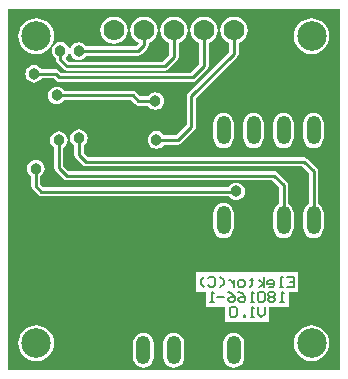
<source format=gbl>
G04 Layer_Physical_Order=2*
G04 Layer_Color=16711680*
%FSLAX24Y24*%
%MOIN*%
G70*
G01*
G75*
%ADD17C,0.0100*%
%ADD18C,0.0700*%
%ADD19C,0.0984*%
%ADD20O,0.0480X0.0960*%
%ADD21C,0.0380*%
%ADD22C,0.0060*%
G36*
X47664Y28328D02*
X36603D01*
Y40373D01*
X47664D01*
Y28328D01*
D02*
G37*
%LPC*%
G36*
X40124Y40109D02*
X40006Y40094D01*
X39897Y40049D01*
X39803Y39976D01*
X39731Y39882D01*
X39685Y39773D01*
X39670Y39656D01*
X39685Y39538D01*
X39731Y39429D01*
X39803Y39335D01*
X39897Y39262D01*
X40006Y39217D01*
X40124Y39202D01*
X40241Y39217D01*
X40351Y39262D01*
X40445Y39335D01*
X40517Y39429D01*
X40562Y39538D01*
X40578Y39656D01*
X40562Y39773D01*
X40517Y39882D01*
X40445Y39976D01*
X40351Y40049D01*
X40241Y40094D01*
X40124Y40109D01*
D02*
G37*
G36*
X46710Y40054D02*
X46594Y40042D01*
X46483Y40008D01*
X46380Y39953D01*
X46290Y39879D01*
X46216Y39789D01*
X46161Y39686D01*
X46127Y39575D01*
X46115Y39459D01*
X46127Y39343D01*
X46161Y39231D01*
X46216Y39128D01*
X46290Y39038D01*
X46380Y38964D01*
X46483Y38909D01*
X46594Y38875D01*
X46710Y38864D01*
X46826Y38875D01*
X46938Y38909D01*
X47041Y38964D01*
X47131Y39038D01*
X47205Y39128D01*
X47260Y39231D01*
X47294Y39343D01*
X47305Y39459D01*
X47294Y39575D01*
X47260Y39686D01*
X47205Y39789D01*
X47131Y39879D01*
X47041Y39953D01*
X46938Y40008D01*
X46826Y40042D01*
X46710Y40054D01*
D02*
G37*
G36*
X37537D02*
X37421Y40042D01*
X37309Y40008D01*
X37206Y39953D01*
X37116Y39879D01*
X37042Y39789D01*
X36987Y39686D01*
X36953Y39575D01*
X36942Y39459D01*
X36953Y39343D01*
X36987Y39231D01*
X37042Y39128D01*
X37116Y39038D01*
X37206Y38964D01*
X37309Y38909D01*
X37421Y38875D01*
X37537Y38864D01*
X37653Y38875D01*
X37765Y38909D01*
X37868Y38964D01*
X37958Y39038D01*
X38032Y39128D01*
X38087Y39231D01*
X38121Y39343D01*
X38132Y39459D01*
X38121Y39575D01*
X38087Y39686D01*
X38032Y39789D01*
X37958Y39879D01*
X37868Y39953D01*
X37765Y40008D01*
X37653Y40042D01*
X37537Y40054D01*
D02*
G37*
G36*
X42124Y40109D02*
X42006Y40094D01*
X41897Y40049D01*
X41803Y39976D01*
X41731Y39882D01*
X41685Y39773D01*
X41670Y39656D01*
X41685Y39538D01*
X41731Y39429D01*
X41803Y39335D01*
X41897Y39262D01*
X41971Y39232D01*
Y38819D01*
X41759Y38608D01*
X38618D01*
X38527Y38699D01*
X38530Y38748D01*
X38545Y38760D01*
X38591Y38820D01*
X38616Y38879D01*
X38657Y38881D01*
X38666Y38879D01*
X38667Y38878D01*
X38695Y38810D01*
X38742Y38750D01*
X38802Y38703D01*
X38873Y38674D01*
X38948Y38664D01*
X39024Y38674D01*
X39095Y38703D01*
X39155Y38750D01*
X39197Y38804D01*
X40937D01*
X40995Y38815D01*
X41045Y38849D01*
X41232Y39036D01*
X41265Y39085D01*
X41277Y39144D01*
Y39232D01*
X41351Y39262D01*
X41445Y39335D01*
X41517Y39429D01*
X41562Y39538D01*
X41578Y39656D01*
X41562Y39773D01*
X41517Y39882D01*
X41445Y39976D01*
X41351Y40049D01*
X41241Y40094D01*
X41124Y40109D01*
X41006Y40094D01*
X40897Y40049D01*
X40803Y39976D01*
X40731Y39882D01*
X40685Y39773D01*
X40670Y39656D01*
X40685Y39538D01*
X40731Y39429D01*
X40803Y39335D01*
X40897Y39262D01*
X40940Y39244D01*
X40950Y39186D01*
X40873Y39110D01*
X39197D01*
X39155Y39164D01*
X39095Y39210D01*
X39024Y39239D01*
X38948Y39249D01*
X38873Y39239D01*
X38802Y39210D01*
X38742Y39164D01*
X38695Y39103D01*
X38671Y39044D01*
X38630Y39043D01*
X38620Y39045D01*
X38620Y39045D01*
X38591Y39113D01*
X38545Y39173D01*
X38484Y39220D01*
X38414Y39249D01*
X38338Y39259D01*
X38262Y39249D01*
X38192Y39220D01*
X38131Y39173D01*
X38085Y39113D01*
X38056Y39042D01*
X38046Y38967D01*
X38056Y38891D01*
X38085Y38820D01*
X38131Y38760D01*
X38185Y38718D01*
Y38671D01*
X38197Y38613D01*
X38230Y38563D01*
X38447Y38347D01*
X38496Y38313D01*
X38555Y38302D01*
X41822D01*
X41881Y38313D01*
X41931Y38347D01*
X42232Y38648D01*
X42265Y38697D01*
X42277Y38756D01*
Y39232D01*
X42351Y39262D01*
X42445Y39335D01*
X42517Y39429D01*
X42562Y39538D01*
X42578Y39656D01*
X42562Y39773D01*
X42517Y39882D01*
X42445Y39976D01*
X42351Y40049D01*
X42241Y40094D01*
X42124Y40109D01*
D02*
G37*
G36*
X43124D02*
X43006Y40094D01*
X42897Y40049D01*
X42803Y39976D01*
X42731Y39882D01*
X42685Y39773D01*
X42670Y39656D01*
X42685Y39538D01*
X42731Y39429D01*
X42803Y39335D01*
X42897Y39262D01*
X42971Y39232D01*
Y38520D01*
X42684Y38234D01*
X38372D01*
X38299Y38307D01*
X38249Y38340D01*
X38191Y38352D01*
X37710D01*
X37669Y38406D01*
X37608Y38452D01*
X37538Y38481D01*
X37462Y38491D01*
X37387Y38481D01*
X37316Y38452D01*
X37255Y38406D01*
X37209Y38345D01*
X37180Y38275D01*
X37170Y38199D01*
X37180Y38123D01*
X37209Y38053D01*
X37255Y37992D01*
X37316Y37945D01*
X37387Y37916D01*
X37462Y37906D01*
X37538Y37916D01*
X37608Y37945D01*
X37669Y37992D01*
X37710Y38046D01*
X38127D01*
X38201Y37973D01*
X38250Y37939D01*
X38309Y37928D01*
X42748D01*
X42806Y37939D01*
X42856Y37973D01*
X43232Y38349D01*
X43265Y38398D01*
X43277Y38457D01*
Y39232D01*
X43351Y39262D01*
X43445Y39335D01*
X43517Y39429D01*
X43562Y39538D01*
X43578Y39656D01*
X43562Y39773D01*
X43517Y39882D01*
X43445Y39976D01*
X43351Y40049D01*
X43241Y40094D01*
X43124Y40109D01*
D02*
G37*
G36*
X38220Y37773D02*
X38144Y37763D01*
X38074Y37734D01*
X38013Y37687D01*
X37967Y37627D01*
X37938Y37556D01*
X37928Y37480D01*
X37938Y37405D01*
X37967Y37334D01*
X38013Y37273D01*
X38074Y37227D01*
X38144Y37198D01*
X38220Y37188D01*
X38296Y37198D01*
X38366Y37227D01*
X38427Y37273D01*
X38468Y37327D01*
X40686D01*
X40828Y37185D01*
X40878Y37152D01*
X40937Y37140D01*
X41259D01*
X41301Y37086D01*
X41361Y37040D01*
X41432Y37011D01*
X41507Y37001D01*
X41583Y37011D01*
X41654Y37040D01*
X41714Y37086D01*
X41761Y37147D01*
X41790Y37218D01*
X41800Y37293D01*
X41790Y37369D01*
X41761Y37440D01*
X41714Y37500D01*
X41654Y37547D01*
X41583Y37576D01*
X41507Y37586D01*
X41432Y37576D01*
X41361Y37547D01*
X41301Y37500D01*
X41259Y37446D01*
X41000D01*
X40858Y37588D01*
X40808Y37622D01*
X40750Y37633D01*
X38468D01*
X38427Y37687D01*
X38366Y37734D01*
X38296Y37763D01*
X38220Y37773D01*
D02*
G37*
G36*
X44124Y40109D02*
X44006Y40094D01*
X43897Y40049D01*
X43803Y39976D01*
X43731Y39882D01*
X43685Y39773D01*
X43670Y39656D01*
X43685Y39538D01*
X43731Y39429D01*
X43803Y39335D01*
X43897Y39262D01*
X43971Y39232D01*
Y38939D01*
X42600Y37569D01*
X42567Y37519D01*
X42555Y37461D01*
Y36500D01*
X42202Y36147D01*
X41785D01*
X41744Y36201D01*
X41683Y36247D01*
X41613Y36277D01*
X41537Y36287D01*
X41461Y36277D01*
X41391Y36247D01*
X41330Y36201D01*
X41284Y36140D01*
X41254Y36070D01*
X41245Y35994D01*
X41254Y35918D01*
X41284Y35848D01*
X41330Y35787D01*
X41391Y35741D01*
X41461Y35712D01*
X41537Y35702D01*
X41613Y35712D01*
X41683Y35741D01*
X41744Y35787D01*
X41785Y35841D01*
X42265D01*
X42324Y35853D01*
X42373Y35886D01*
X42816Y36329D01*
X42850Y36378D01*
X42861Y36437D01*
Y37397D01*
X44232Y38768D01*
X44265Y38817D01*
X44277Y38876D01*
Y39232D01*
X44351Y39262D01*
X44445Y39335D01*
X44517Y39429D01*
X44562Y39538D01*
X44578Y39656D01*
X44562Y39773D01*
X44517Y39882D01*
X44445Y39976D01*
X44351Y40049D01*
X44241Y40094D01*
X44124Y40109D01*
D02*
G37*
G36*
X46777Y36896D02*
X46688Y36884D01*
X46606Y36850D01*
X46535Y36795D01*
X46480Y36724D01*
X46446Y36642D01*
X46434Y36553D01*
Y36073D01*
X46446Y35984D01*
X46480Y35902D01*
X46535Y35831D01*
X46606Y35776D01*
X46688Y35742D01*
X46777Y35730D01*
X46866Y35742D01*
X46949Y35776D01*
X47020Y35831D01*
X47074Y35902D01*
X47108Y35984D01*
X47120Y36073D01*
Y36553D01*
X47108Y36642D01*
X47074Y36724D01*
X47020Y36795D01*
X46949Y36850D01*
X46866Y36884D01*
X46777Y36896D01*
D02*
G37*
G36*
X45777D02*
X45688Y36884D01*
X45606Y36850D01*
X45535Y36795D01*
X45480Y36724D01*
X45446Y36642D01*
X45434Y36553D01*
Y36073D01*
X45446Y35984D01*
X45480Y35902D01*
X45535Y35831D01*
X45606Y35776D01*
X45688Y35742D01*
X45777Y35730D01*
X45866Y35742D01*
X45949Y35776D01*
X46020Y35831D01*
X46074Y35902D01*
X46108Y35984D01*
X46120Y36073D01*
Y36553D01*
X46108Y36642D01*
X46074Y36724D01*
X46020Y36795D01*
X45949Y36850D01*
X45866Y36884D01*
X45777Y36896D01*
D02*
G37*
G36*
X44777D02*
X44688Y36884D01*
X44606Y36850D01*
X44535Y36795D01*
X44480Y36724D01*
X44446Y36642D01*
X44434Y36553D01*
Y36073D01*
X44446Y35984D01*
X44480Y35902D01*
X44535Y35831D01*
X44606Y35776D01*
X44688Y35742D01*
X44777Y35730D01*
X44866Y35742D01*
X44949Y35776D01*
X45020Y35831D01*
X45074Y35902D01*
X45108Y35984D01*
X45120Y36073D01*
Y36553D01*
X45108Y36642D01*
X45074Y36724D01*
X45020Y36795D01*
X44949Y36850D01*
X44866Y36884D01*
X44777Y36896D01*
D02*
G37*
G36*
X43777D02*
X43688Y36884D01*
X43606Y36850D01*
X43535Y36795D01*
X43480Y36724D01*
X43446Y36642D01*
X43434Y36553D01*
Y36073D01*
X43446Y35984D01*
X43480Y35902D01*
X43535Y35831D01*
X43606Y35776D01*
X43688Y35742D01*
X43777Y35730D01*
X43866Y35742D01*
X43949Y35776D01*
X44020Y35831D01*
X44074Y35902D01*
X44108Y35984D01*
X44120Y36073D01*
Y36553D01*
X44108Y36642D01*
X44074Y36724D01*
X44020Y36795D01*
X43949Y36850D01*
X43866Y36884D01*
X43777Y36896D01*
D02*
G37*
G36*
X37521Y35332D02*
X37446Y35322D01*
X37375Y35293D01*
X37314Y35246D01*
X37268Y35186D01*
X37239Y35115D01*
X37229Y35039D01*
X37239Y34964D01*
X37268Y34893D01*
X37314Y34833D01*
X37368Y34791D01*
Y34459D01*
X37380Y34400D01*
X37413Y34351D01*
X37600Y34164D01*
X37650Y34130D01*
X37708Y34119D01*
X43954D01*
X43988Y34075D01*
X44048Y34028D01*
X44119Y33999D01*
X44194Y33989D01*
X44270Y33999D01*
X44341Y34028D01*
X44401Y34075D01*
X44448Y34135D01*
X44477Y34206D01*
X44487Y34281D01*
X44477Y34357D01*
X44448Y34428D01*
X44401Y34488D01*
X44341Y34535D01*
X44270Y34564D01*
X44194Y34574D01*
X44119Y34564D01*
X44048Y34535D01*
X43988Y34488D01*
X43941Y34428D01*
X43940Y34425D01*
X37772D01*
X37674Y34522D01*
Y34791D01*
X37728Y34833D01*
X37775Y34893D01*
X37804Y34964D01*
X37814Y35039D01*
X37804Y35115D01*
X37775Y35186D01*
X37728Y35246D01*
X37668Y35293D01*
X37597Y35322D01*
X37521Y35332D01*
D02*
G37*
G36*
X38958Y36346D02*
X38883Y36336D01*
X38812Y36306D01*
X38751Y36260D01*
X38705Y36199D01*
X38676Y36129D01*
X38666Y36053D01*
X38676Y35977D01*
X38705Y35907D01*
X38751Y35846D01*
X38805Y35805D01*
Y35492D01*
X38817Y35433D01*
X38850Y35384D01*
X39076Y35158D01*
X39126Y35124D01*
X39184Y35113D01*
X46405D01*
X46624Y34893D01*
Y33858D01*
X46606Y33850D01*
X46535Y33795D01*
X46480Y33724D01*
X46446Y33642D01*
X46434Y33553D01*
Y33073D01*
X46446Y32984D01*
X46480Y32902D01*
X46535Y32831D01*
X46606Y32776D01*
X46688Y32742D01*
X46777Y32730D01*
X46866Y32742D01*
X46949Y32776D01*
X47020Y32831D01*
X47074Y32902D01*
X47108Y32984D01*
X47120Y33073D01*
Y33553D01*
X47108Y33642D01*
X47074Y33724D01*
X47020Y33795D01*
X46949Y33850D01*
X46930Y33858D01*
Y34957D01*
X46918Y35015D01*
X46885Y35065D01*
X46576Y35374D01*
X46527Y35407D01*
X46468Y35419D01*
X39248D01*
X39111Y35555D01*
Y35805D01*
X39165Y35846D01*
X39212Y35907D01*
X39241Y35977D01*
X39251Y36053D01*
X39241Y36129D01*
X39212Y36199D01*
X39165Y36260D01*
X39105Y36306D01*
X39034Y36336D01*
X38958Y36346D01*
D02*
G37*
G36*
X38289Y36277D02*
X38213Y36267D01*
X38143Y36238D01*
X38082Y36191D01*
X38036Y36130D01*
X38006Y36060D01*
X37996Y35984D01*
X38006Y35909D01*
X38036Y35838D01*
X38082Y35777D01*
X38136Y35736D01*
Y35059D01*
X38148Y35001D01*
X38181Y34951D01*
X38437Y34695D01*
X38486Y34662D01*
X38545Y34650D01*
X45401D01*
X45624Y34427D01*
Y33858D01*
X45606Y33850D01*
X45535Y33795D01*
X45480Y33724D01*
X45446Y33642D01*
X45434Y33553D01*
Y33073D01*
X45446Y32984D01*
X45480Y32902D01*
X45535Y32831D01*
X45606Y32776D01*
X45688Y32742D01*
X45777Y32730D01*
X45866Y32742D01*
X45949Y32776D01*
X46020Y32831D01*
X46074Y32902D01*
X46108Y32984D01*
X46120Y33073D01*
Y33553D01*
X46108Y33642D01*
X46074Y33724D01*
X46020Y33795D01*
X45949Y33850D01*
X45930Y33858D01*
Y34490D01*
X45918Y34549D01*
X45885Y34598D01*
X45572Y34911D01*
X45523Y34944D01*
X45464Y34956D01*
X38608D01*
X38442Y35122D01*
Y35736D01*
X38496Y35777D01*
X38542Y35838D01*
X38572Y35909D01*
X38581Y35984D01*
X38572Y36060D01*
X38542Y36130D01*
X38496Y36191D01*
X38435Y36238D01*
X38365Y36267D01*
X38289Y36277D01*
D02*
G37*
G36*
X43777Y33896D02*
X43688Y33884D01*
X43606Y33850D01*
X43535Y33795D01*
X43480Y33724D01*
X43446Y33642D01*
X43434Y33553D01*
Y33073D01*
X43446Y32984D01*
X43480Y32902D01*
X43535Y32831D01*
X43606Y32776D01*
X43688Y32742D01*
X43777Y32730D01*
X43866Y32742D01*
X43949Y32776D01*
X44020Y32831D01*
X44074Y32902D01*
X44108Y32984D01*
X44120Y33073D01*
Y33553D01*
X44108Y33642D01*
X44074Y33724D01*
X44020Y33795D01*
X43949Y33850D01*
X43866Y33884D01*
X43777Y33896D01*
D02*
G37*
G36*
X46271Y31602D02*
X42860D01*
Y30933D01*
X43181D01*
Y30431D01*
X43822D01*
Y29929D01*
X45309D01*
Y30431D01*
X45950D01*
Y30933D01*
X46271D01*
Y31602D01*
D02*
G37*
G36*
X46710Y29817D02*
X46594Y29806D01*
X46483Y29772D01*
X46380Y29717D01*
X46290Y29643D01*
X46216Y29553D01*
X46161Y29450D01*
X46127Y29339D01*
X46115Y29222D01*
X46127Y29106D01*
X46161Y28995D01*
X46216Y28892D01*
X46290Y28802D01*
X46380Y28728D01*
X46483Y28673D01*
X46594Y28639D01*
X46710Y28627D01*
X46826Y28639D01*
X46938Y28673D01*
X47041Y28728D01*
X47131Y28802D01*
X47205Y28892D01*
X47260Y28995D01*
X47294Y29106D01*
X47305Y29222D01*
X47294Y29339D01*
X47260Y29450D01*
X47205Y29553D01*
X47131Y29643D01*
X47041Y29717D01*
X46938Y29772D01*
X46826Y29806D01*
X46710Y29817D01*
D02*
G37*
G36*
X37537D02*
X37421Y29806D01*
X37309Y29772D01*
X37206Y29717D01*
X37116Y29643D01*
X37042Y29553D01*
X36987Y29450D01*
X36953Y29339D01*
X36942Y29222D01*
X36953Y29106D01*
X36987Y28995D01*
X37042Y28892D01*
X37116Y28802D01*
X37206Y28728D01*
X37309Y28673D01*
X37421Y28639D01*
X37537Y28627D01*
X37653Y28639D01*
X37765Y28673D01*
X37868Y28728D01*
X37958Y28802D01*
X38032Y28892D01*
X38087Y28995D01*
X38121Y29106D01*
X38132Y29222D01*
X38121Y29339D01*
X38087Y29450D01*
X38032Y29553D01*
X37958Y29643D01*
X37868Y29717D01*
X37765Y29772D01*
X37653Y29806D01*
X37537Y29817D01*
D02*
G37*
G36*
X44113Y29569D02*
X44024Y29557D01*
X43942Y29523D01*
X43871Y29469D01*
X43816Y29398D01*
X43782Y29315D01*
X43770Y29226D01*
Y28746D01*
X43782Y28657D01*
X43816Y28575D01*
X43871Y28504D01*
X43942Y28449D01*
X44024Y28415D01*
X44113Y28403D01*
X44202Y28415D01*
X44285Y28449D01*
X44356Y28504D01*
X44410Y28575D01*
X44444Y28657D01*
X44456Y28746D01*
Y29226D01*
X44444Y29315D01*
X44410Y29398D01*
X44356Y29469D01*
X44285Y29523D01*
X44202Y29557D01*
X44113Y29569D01*
D02*
G37*
G36*
X42113D02*
X42024Y29557D01*
X41942Y29523D01*
X41871Y29469D01*
X41816Y29398D01*
X41782Y29315D01*
X41770Y29226D01*
Y28746D01*
X41782Y28657D01*
X41816Y28575D01*
X41871Y28504D01*
X41942Y28449D01*
X42024Y28415D01*
X42113Y28403D01*
X42202Y28415D01*
X42284Y28449D01*
X42356Y28504D01*
X42410Y28575D01*
X42444Y28657D01*
X42456Y28746D01*
Y29226D01*
X42444Y29315D01*
X42410Y29398D01*
X42356Y29469D01*
X42284Y29523D01*
X42202Y29557D01*
X42113Y29569D01*
D02*
G37*
G36*
X41107Y29565D02*
X41019Y29554D01*
X40936Y29519D01*
X40865Y29465D01*
X40810Y29394D01*
X40776Y29311D01*
X40765Y29222D01*
Y28742D01*
X40776Y28654D01*
X40810Y28571D01*
X40865Y28500D01*
X40936Y28445D01*
X41019Y28411D01*
X41107Y28400D01*
X41196Y28411D01*
X41279Y28445D01*
X41350Y28500D01*
X41404Y28571D01*
X41439Y28654D01*
X41450Y28742D01*
Y29222D01*
X41439Y29311D01*
X41404Y29394D01*
X41350Y29465D01*
X41279Y29519D01*
X41196Y29554D01*
X41107Y29565D01*
D02*
G37*
%LPD*%
D17*
X41124Y39144D02*
Y39656D01*
X42124Y38756D02*
Y39656D01*
X38555Y38455D02*
X41822D01*
X42124Y38756D01*
X37462Y38199D02*
X38191D01*
X38309Y38081D01*
X42748D01*
X43124Y38457D01*
Y39656D01*
X38220Y37480D02*
X40750D01*
X40937Y37293D01*
X41507D01*
X44124Y38876D02*
Y39656D01*
X42708Y37461D02*
X44124Y38876D01*
X42708Y36437D02*
Y37461D01*
X42265Y35994D02*
X42708Y36437D01*
X41537Y35994D02*
X42265D01*
X38289Y35059D02*
Y35984D01*
X38958Y35492D02*
Y36053D01*
Y35492D02*
X39184Y35266D01*
X46468D01*
X46777Y34957D01*
Y33313D02*
Y34957D01*
X38289Y35059D02*
X38545Y34803D01*
X45464D01*
X45777Y34490D01*
Y33313D02*
Y34490D01*
X37521Y34459D02*
Y35039D01*
Y34459D02*
X37708Y34272D01*
X44283D01*
X38948Y38957D02*
X40937D01*
X41124Y39144D01*
X38338Y38671D02*
X38555Y38455D01*
X38338Y38671D02*
Y38967D01*
D18*
X39124Y39656D02*
D03*
X40124D02*
D03*
X45124D02*
D03*
X44124D02*
D03*
X43124D02*
D03*
X42124D02*
D03*
X41124D02*
D03*
D19*
X46710Y39459D02*
D03*
X37537D02*
D03*
Y29222D02*
D03*
X46710D02*
D03*
D20*
X42113Y28986D02*
D03*
X43113D02*
D03*
X44113D02*
D03*
X40107Y28982D02*
D03*
X41107D02*
D03*
X43777Y36313D02*
D03*
X44777D02*
D03*
X45777D02*
D03*
X46777D02*
D03*
Y33313D02*
D03*
X45777D02*
D03*
X44777D02*
D03*
X43777D02*
D03*
D21*
X38595Y31437D02*
D03*
X37462Y38199D02*
D03*
X42492Y31722D02*
D03*
X42334Y30827D02*
D03*
X42167Y33602D02*
D03*
X41507Y37293D02*
D03*
Y36742D02*
D03*
X38220Y37480D02*
D03*
X41537Y35994D02*
D03*
X38604Y36535D02*
D03*
X37521Y35039D02*
D03*
X38958Y36053D02*
D03*
X38289Y35984D02*
D03*
X38122Y31427D02*
D03*
X44194Y34281D02*
D03*
X38948Y38957D02*
D03*
X38338Y38967D02*
D03*
X45672Y38917D02*
D03*
X37055Y33189D02*
D03*
D22*
X45149Y30438D02*
Y30205D01*
X45032Y30089D01*
X44915Y30205D01*
Y30438D01*
X44799Y30089D02*
X44682D01*
X44741D01*
Y30438D01*
X44799Y30380D01*
X44507Y30089D02*
Y30147D01*
X44449D01*
Y30089D01*
X44507D01*
X44216Y30380D02*
X44157Y30438D01*
X44041D01*
X43982Y30380D01*
Y30147D01*
X44041Y30089D01*
X44157D01*
X44216Y30147D01*
Y30380D01*
X45790Y30591D02*
X45674D01*
X45732D01*
Y30940D01*
X45790Y30882D01*
X45499D02*
X45440Y30940D01*
X45324D01*
X45265Y30882D01*
Y30824D01*
X45324Y30765D01*
X45265Y30707D01*
Y30649D01*
X45324Y30591D01*
X45440D01*
X45499Y30649D01*
Y30707D01*
X45440Y30765D01*
X45499Y30824D01*
Y30882D01*
X45440Y30765D02*
X45324D01*
X45149Y30882D02*
X45090Y30940D01*
X44974D01*
X44915Y30882D01*
Y30649D01*
X44974Y30591D01*
X45090D01*
X45149Y30649D01*
Y30882D01*
X44799Y30591D02*
X44682D01*
X44741D01*
Y30940D01*
X44799Y30882D01*
X44274Y30940D02*
X44391Y30882D01*
X44507Y30765D01*
Y30649D01*
X44449Y30591D01*
X44332D01*
X44274Y30649D01*
Y30707D01*
X44332Y30765D01*
X44507D01*
X43924Y30940D02*
X44041Y30882D01*
X44157Y30765D01*
Y30649D01*
X44099Y30591D01*
X43982D01*
X43924Y30649D01*
Y30707D01*
X43982Y30765D01*
X44157D01*
X43808D02*
X43574D01*
X43458Y30591D02*
X43341D01*
X43399D01*
Y30940D01*
X43458Y30882D01*
X45878Y31442D02*
X46111D01*
Y31093D01*
X45878D01*
X46111Y31267D02*
X45994D01*
X45761Y31093D02*
X45644D01*
X45703D01*
Y31442D01*
X45761D01*
X45295Y31093D02*
X45411D01*
X45469Y31151D01*
Y31267D01*
X45411Y31326D01*
X45295D01*
X45236Y31267D01*
Y31209D01*
X45469D01*
X45120Y31093D02*
Y31442D01*
Y31209D02*
X44945Y31326D01*
X45120Y31209D02*
X44945Y31093D01*
X44711Y31384D02*
Y31326D01*
X44770D01*
X44653D01*
X44711D01*
Y31151D01*
X44653Y31093D01*
X44420D02*
X44303D01*
X44245Y31151D01*
Y31267D01*
X44303Y31326D01*
X44420D01*
X44478Y31267D01*
Y31151D01*
X44420Y31093D01*
X44128Y31326D02*
Y31093D01*
Y31209D01*
X44070Y31267D01*
X44012Y31326D01*
X43953D01*
X43662Y31093D02*
X43778Y31209D01*
Y31326D01*
X43662Y31442D01*
X43254Y31384D02*
X43312Y31442D01*
X43428D01*
X43487Y31384D01*
Y31151D01*
X43428Y31093D01*
X43312D01*
X43254Y31151D01*
X43137Y31093D02*
X43020Y31209D01*
Y31326D01*
X43137Y31442D01*
M02*

</source>
